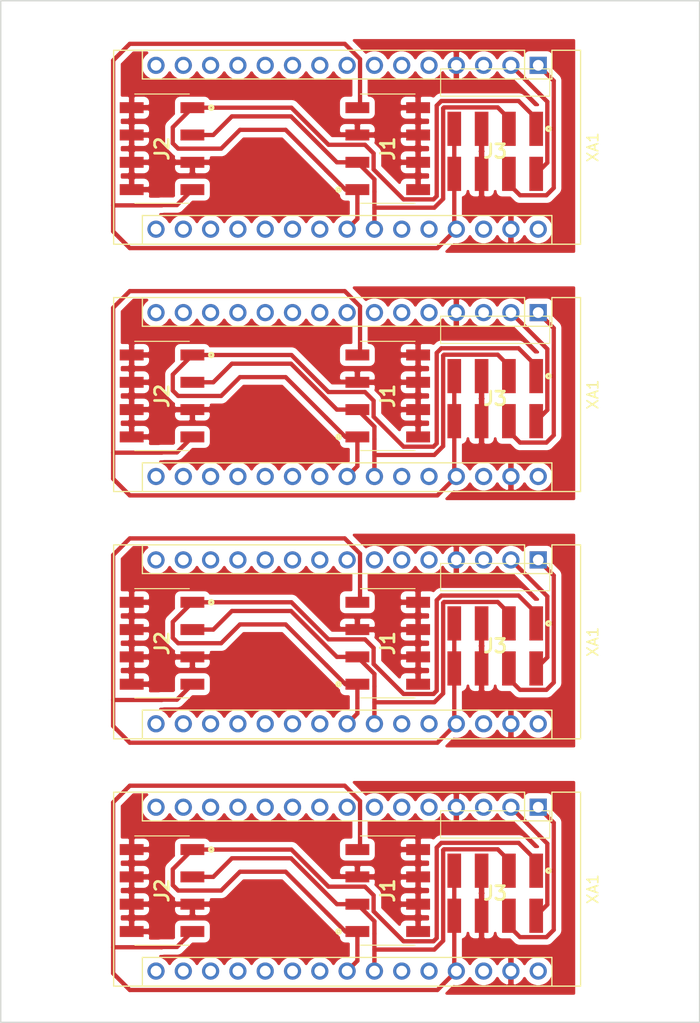
<source format=kicad_pcb>
(kicad_pcb (version 20171130) (host pcbnew "(5.1.6)-1")
  (layers (0 F.Cu signal) (31 B.Cu signal hide) (34 B.Paste user hide) (35 F.Paste user hide) (36 B.SilkS user hide) (37 F.SilkS user hide) (38 B.Mask user hide) (39 F.Mask user hide) (44 Edge.Cuts user))
  (net 0 "")
  (net 1 GND)
  (net 2 +5V)
  (net 3 SCL)
  (net 4 SDA)
  (net 5 BTN1)
  (net 6 BTN2)
  (module arduino-kicad-library-master:Arduino_Nano (layer F.Cu) (at 170 125 270)
    (fp_text reference XA1 (at 7.62 -5.08 90) (layer F.SilkS))
    (fp_text value Arduino_Nano_Socket)
    (pad D13 thru_hole oval (at 15.24 35.56 270) (size 1.6 1.6) (drill 1) (layers *.Cu *.Mask))
    (pad D12 thru_hole oval (at 0 35.56 270) (size 1.6 1.6) (drill 1) (layers *.Cu *.Mask))
    (pad VIN thru_hole oval (at 15.24 0 270) (size 1.6 1.6) (drill 1) (layers *.Cu *.Mask))
    (pad D11 thru_hole oval (at 0 33.02 270) (size 1.6 1.6) (drill 1) (layers *.Cu *.Mask))
    (pad GND2 thru_hole oval (at 15.24 2.54 270) (size 1.6 1.6) (drill 1) (layers *.Cu *.Mask) (net 1 GND))
    (pad D10 thru_hole oval (at 0 30.48 270) (size 1.6 1.6) (drill 1) (layers *.Cu *.Mask))
    (pad RST2 thru_hole oval (at 15.24 5.08 270) (size 1.6 1.6) (drill 1) (layers *.Cu *.Mask))
    (pad D9 thru_hole oval (at 0 27.94 270) (size 1.6 1.6) (drill 1) (layers *.Cu *.Mask Eco1.User))
    (pad 5V thru_hole oval (at 15.24 7.62 270) (size 1.6 1.6) (drill 1) (layers *.Cu *.Mask) (net 2 +5V))
    (pad D8 thru_hole oval (at 0 25.4 270) (size 1.6 1.6) (drill 1) (layers *.Cu *.Mask Dwgs.User))
    (pad A7 thru_hole oval (at 15.24 10.16 270) (size 1.6 1.6) (drill 1) (layers *.Cu *.Mask))
    (pad D7 thru_hole oval (at 0 22.86 270) (size 1.6 1.6) (drill 1) (layers *.Cu *.Mask))
    (pad A6 thru_hole oval (at 15.24 12.7 270) (size 1.6 1.6) (drill 1) (layers *.Cu *.Mask))
    (pad D6 thru_hole oval (at 0 20.32 270) (size 1.6 1.6) (drill 1) (layers *.Cu *.Mask))
    (pad A5 thru_hole oval (at 15.24 15.24 270) (size 1.6 1.6) (drill 1) (layers *.Cu *.Mask) (net 3 SCL))
    (pad D5 thru_hole oval (at 0 17.78 270) (size 1.6 1.6) (drill 1) (layers *.Cu *.Mask))
    (pad A4 thru_hole oval (at 15.24 17.78 270) (size 1.6 1.6) (drill 1) (layers *.Cu *.Mask) (net 4 SDA))
    (pad D4 thru_hole oval (at 0 15.24 270) (size 1.6 1.6) (drill 1) (layers *.Cu *.Mask))
    (pad A3 thru_hole oval (at 15.24 20.32 270) (size 1.6 1.6) (drill 1) (layers *.Cu *.Mask))
    (pad D3 thru_hole oval (at 0 12.7 270) (size 1.6 1.6) (drill 1) (layers *.Cu *.Mask))
    (pad A2 thru_hole oval (at 15.24 22.86 270) (size 1.6 1.6) (drill 1) (layers *.Cu *.Mask))
    (pad D2 thru_hole oval (at 0 10.16 270) (size 1.6 1.6) (drill 1) (layers *.Cu *.Mask))
    (pad A1 thru_hole oval (at 15.24 25.4 270) (size 1.6 1.6) (drill 1) (layers *.Cu *.Mask))
    (pad GND1 thru_hole oval (at 0 7.62 270) (size 1.6 1.6) (drill 1) (layers *.Cu *.Mask) (net 1 GND))
    (pad A0 thru_hole oval (at 15.24 27.94 270) (size 1.6 1.6) (drill 1) (layers *.Cu *.Mask))
    (pad RST1 thru_hole oval (at 0 5.08 270) (size 1.6 1.6) (drill 1) (layers *.Cu *.Mask))
    (pad AREF thru_hole oval (at 15.24 30.48 270) (size 1.6 1.6) (drill 1) (layers *.Cu *.Mask))
    (pad D1 thru_hole oval (at 0 2.54 270) (size 1.6 1.6) (drill 1) (layers *.Cu *.Mask) (net 6 BTN2))
    (pad 3V3 thru_hole oval (at 15.24 33.02 270) (size 1.6 1.6) (drill 1) (layers *.Cu *.Mask))
    (pad D0 thru_hole rect (at 0 0 270) (size 1.6 1.6) (drill 1) (layers *.Cu *.Mask) (net 5 BTN1))
  )
  (module SamacSys_Parts:TSM-104-ZZ-YYY-DH-P-TR (layer F.Cu) (at 166 133)
    (fp_text reference J3 (at 0 0) (layer F.SilkS) (effects (font (size 1.27 1.27) (thickness 0.254))))
    (fp_text value TSM-104-01-T-DH-P-TR hide)
    (pad 1 smd rect (at 3.81 -2.095) (size 1.27 3.18) (layers F.Cu F.Paste F.Mask) (net 4 SDA))
    (pad 2 smd rect (at 3.81 2.095) (size 1.27 3.18) (layers F.Cu F.Paste F.Mask) (net 6 BTN2))
    (pad 3 smd rect (at 1.27 -2.095) (size 1.27 3.18) (layers F.Cu F.Paste F.Mask) (net 3 SCL))
    (pad 4 smd rect (at 1.27 2.095) (size 1.27 3.18) (layers F.Cu F.Paste F.Mask) (net 5 BTN1))
    (pad 5 smd rect (at -1.27 -2.095) (size 1.27 3.18) (layers F.Cu F.Paste F.Mask) (net 1 GND))
    (pad 6 smd rect (at -1.27 2.095) (size 1.27 3.18) (layers F.Cu F.Paste F.Mask) (net 1 GND))
    (pad 7 smd rect (at -3.81 -2.095) (size 1.27 3.18) (layers F.Cu F.Paste F.Mask) (net 2 +5V))
    (pad 8 smd rect (at -3.81 2.095) (size 1.27 3.18) (layers F.Cu F.Paste F.Mask) (net 2 +5V))
  )
  (module SamacSys_Parts:SSM-104-XXX-DV (layer F.Cu) (at 156 132.75 270)
    (fp_text reference J1 (at 0 0 90) (layer F.SilkS) (effects (font (size 1.27 1.27) (thickness 0.254))))
    (fp_text value M20-8770642R hide)
    (pad 1 smd rect (at 3.81 2.825 270) (size 1.02 2.22) (layers F.Cu F.Paste F.Mask) (net 4 SDA))
    (pad 2 smd rect (at 3.81 -2.825 270) (size 1.02 2.22) (layers F.Cu F.Paste F.Mask) (net 1 GND))
    (pad 3 smd rect (at 1.27 2.825 270) (size 1.02 2.22) (layers F.Cu F.Paste F.Mask) (net 3 SCL))
    (pad 4 smd rect (at 1.27 -2.825 270) (size 1.02 2.22) (layers F.Cu F.Paste F.Mask) (net 1 GND))
    (pad 5 smd rect (at -1.27 2.825 270) (size 1.02 2.22) (layers F.Cu F.Paste F.Mask) (net 1 GND))
    (pad 6 smd rect (at -1.27 -2.825 270) (size 1.02 2.22) (layers F.Cu F.Paste F.Mask) (net 1 GND))
    (pad 7 smd rect (at -3.81 2.825 270) (size 1.02 2.22) (layers F.Cu F.Paste F.Mask) (net 2 +5V))
    (pad 8 smd rect (at -3.81 -2.825 270) (size 1.02 2.22) (layers F.Cu F.Paste F.Mask) (net 1 GND))
  )
  (module SamacSys_Parts:SSM-104-XXX-DV (layer F.Cu) (at 135 132.75 90)
    (fp_text reference J2 (at 0 0 90) (layer F.SilkS) (effects (font (size 1.27 1.27) (thickness 0.254))))
    (fp_text value M20-8770642R hide)
    (pad 1 smd rect (at 3.81 2.825 90) (size 1.02 2.22) (layers F.Cu F.Paste F.Mask) (net 4 SDA))
    (pad 2 smd rect (at 3.81 -2.825 90) (size 1.02 2.22) (layers F.Cu F.Paste F.Mask) (net 1 GND))
    (pad 3 smd rect (at 1.27 2.825 90) (size 1.02 2.22) (layers F.Cu F.Paste F.Mask) (net 3 SCL))
    (pad 4 smd rect (at 1.27 -2.825 90) (size 1.02 2.22) (layers F.Cu F.Paste F.Mask) (net 1 GND))
    (pad 5 smd rect (at -1.27 2.825 90) (size 1.02 2.22) (layers F.Cu F.Paste F.Mask) (net 1 GND))
    (pad 6 smd rect (at -1.27 -2.825 90) (size 1.02 2.22) (layers F.Cu F.Paste F.Mask) (net 1 GND))
    (pad 7 smd rect (at -3.81 2.825 90) (size 1.02 2.22) (layers F.Cu F.Paste F.Mask) (net 2 +5V))
    (pad 8 smd rect (at -3.81 -2.825 90) (size 1.02 2.22) (layers F.Cu F.Paste F.Mask) (net 1 GND))
  )
  (module SamacSys_Parts:SSM-104-XXX-DV (layer F.Cu) (at 135 109.75 90)
    (fp_text reference J2 (at 0 0 90) (layer F.SilkS) (effects (font (size 1.27 1.27) (thickness 0.254))))
    (fp_text value M20-8770642R hide)
    (pad 8 smd rect (at -3.81 -2.825 90) (size 1.02 2.22) (layers F.Cu F.Paste F.Mask) (net 1 GND))
    (pad 7 smd rect (at -3.81 2.825 90) (size 1.02 2.22) (layers F.Cu F.Paste F.Mask) (net 2 +5V))
    (pad 6 smd rect (at -1.27 -2.825 90) (size 1.02 2.22) (layers F.Cu F.Paste F.Mask) (net 1 GND))
    (pad 5 smd rect (at -1.27 2.825 90) (size 1.02 2.22) (layers F.Cu F.Paste F.Mask) (net 1 GND))
    (pad 4 smd rect (at 1.27 -2.825 90) (size 1.02 2.22) (layers F.Cu F.Paste F.Mask) (net 1 GND))
    (pad 3 smd rect (at 1.27 2.825 90) (size 1.02 2.22) (layers F.Cu F.Paste F.Mask) (net 3 SCL))
    (pad 2 smd rect (at 3.81 -2.825 90) (size 1.02 2.22) (layers F.Cu F.Paste F.Mask) (net 1 GND))
    (pad 1 smd rect (at 3.81 2.825 90) (size 1.02 2.22) (layers F.Cu F.Paste F.Mask) (net 4 SDA))
  )
  (module arduino-kicad-library-master:Arduino_Nano (layer F.Cu) (at 170 102 270)
    (fp_text reference XA1 (at 7.62 -5.08 90) (layer F.SilkS))
    (fp_text value Arduino_Nano_Socket)
    (pad D0 thru_hole rect (at 0 0 270) (size 1.6 1.6) (drill 1) (layers *.Cu *.Mask) (net 5 BTN1))
    (pad 3V3 thru_hole oval (at 15.24 33.02 270) (size 1.6 1.6) (drill 1) (layers *.Cu *.Mask))
    (pad D1 thru_hole oval (at 0 2.54 270) (size 1.6 1.6) (drill 1) (layers *.Cu *.Mask) (net 6 BTN2))
    (pad AREF thru_hole oval (at 15.24 30.48 270) (size 1.6 1.6) (drill 1) (layers *.Cu *.Mask))
    (pad RST1 thru_hole oval (at 0 5.08 270) (size 1.6 1.6) (drill 1) (layers *.Cu *.Mask))
    (pad A0 thru_hole oval (at 15.24 27.94 270) (size 1.6 1.6) (drill 1) (layers *.Cu *.Mask))
    (pad GND1 thru_hole oval (at 0 7.62 270) (size 1.6 1.6) (drill 1) (layers *.Cu *.Mask) (net 1 GND))
    (pad A1 thru_hole oval (at 15.24 25.4 270) (size 1.6 1.6) (drill 1) (layers *.Cu *.Mask))
    (pad D2 thru_hole oval (at 0 10.16 270) (size 1.6 1.6) (drill 1) (layers *.Cu *.Mask))
    (pad A2 thru_hole oval (at 15.24 22.86 270) (size 1.6 1.6) (drill 1) (layers *.Cu *.Mask))
    (pad D3 thru_hole oval (at 0 12.7 270) (size 1.6 1.6) (drill 1) (layers *.Cu *.Mask))
    (pad A3 thru_hole oval (at 15.24 20.32 270) (size 1.6 1.6) (drill 1) (layers *.Cu *.Mask))
    (pad D4 thru_hole oval (at 0 15.24 270) (size 1.6 1.6) (drill 1) (layers *.Cu *.Mask))
    (pad A4 thru_hole oval (at 15.24 17.78 270) (size 1.6 1.6) (drill 1) (layers *.Cu *.Mask) (net 4 SDA))
    (pad D5 thru_hole oval (at 0 17.78 270) (size 1.6 1.6) (drill 1) (layers *.Cu *.Mask))
    (pad A5 thru_hole oval (at 15.24 15.24 270) (size 1.6 1.6) (drill 1) (layers *.Cu *.Mask) (net 3 SCL))
    (pad D6 thru_hole oval (at 0 20.32 270) (size 1.6 1.6) (drill 1) (layers *.Cu *.Mask))
    (pad A6 thru_hole oval (at 15.24 12.7 270) (size 1.6 1.6) (drill 1) (layers *.Cu *.Mask))
    (pad D7 thru_hole oval (at 0 22.86 270) (size 1.6 1.6) (drill 1) (layers *.Cu *.Mask))
    (pad A7 thru_hole oval (at 15.24 10.16 270) (size 1.6 1.6) (drill 1) (layers *.Cu *.Mask))
    (pad D8 thru_hole oval (at 0 25.4 270) (size 1.6 1.6) (drill 1) (layers *.Cu *.Mask Dwgs.User))
    (pad 5V thru_hole oval (at 15.24 7.62 270) (size 1.6 1.6) (drill 1) (layers *.Cu *.Mask) (net 2 +5V))
    (pad D9 thru_hole oval (at 0 27.94 270) (size 1.6 1.6) (drill 1) (layers *.Cu *.Mask Eco1.User))
    (pad RST2 thru_hole oval (at 15.24 5.08 270) (size 1.6 1.6) (drill 1) (layers *.Cu *.Mask))
    (pad D10 thru_hole oval (at 0 30.48 270) (size 1.6 1.6) (drill 1) (layers *.Cu *.Mask))
    (pad GND2 thru_hole oval (at 15.24 2.54 270) (size 1.6 1.6) (drill 1) (layers *.Cu *.Mask) (net 1 GND))
    (pad D11 thru_hole oval (at 0 33.02 270) (size 1.6 1.6) (drill 1) (layers *.Cu *.Mask))
    (pad VIN thru_hole oval (at 15.24 0 270) (size 1.6 1.6) (drill 1) (layers *.Cu *.Mask))
    (pad D12 thru_hole oval (at 0 35.56 270) (size 1.6 1.6) (drill 1) (layers *.Cu *.Mask))
    (pad D13 thru_hole oval (at 15.24 35.56 270) (size 1.6 1.6) (drill 1) (layers *.Cu *.Mask))
  )
  (module SamacSys_Parts:TSM-104-ZZ-YYY-DH-P-TR (layer F.Cu) (at 166 110)
    (fp_text reference J3 (at 0 0) (layer F.SilkS) (effects (font (size 1.27 1.27) (thickness 0.254))))
    (fp_text value TSM-104-01-T-DH-P-TR hide)
    (pad 8 smd rect (at -3.81 2.095) (size 1.27 3.18) (layers F.Cu F.Paste F.Mask) (net 2 +5V))
    (pad 7 smd rect (at -3.81 -2.095) (size 1.27 3.18) (layers F.Cu F.Paste F.Mask) (net 2 +5V))
    (pad 6 smd rect (at -1.27 2.095) (size 1.27 3.18) (layers F.Cu F.Paste F.Mask) (net 1 GND))
    (pad 5 smd rect (at -1.27 -2.095) (size 1.27 3.18) (layers F.Cu F.Paste F.Mask) (net 1 GND))
    (pad 4 smd rect (at 1.27 2.095) (size 1.27 3.18) (layers F.Cu F.Paste F.Mask) (net 5 BTN1))
    (pad 3 smd rect (at 1.27 -2.095) (size 1.27 3.18) (layers F.Cu F.Paste F.Mask) (net 3 SCL))
    (pad 2 smd rect (at 3.81 2.095) (size 1.27 3.18) (layers F.Cu F.Paste F.Mask) (net 6 BTN2))
    (pad 1 smd rect (at 3.81 -2.095) (size 1.27 3.18) (layers F.Cu F.Paste F.Mask) (net 4 SDA))
  )
  (module SamacSys_Parts:SSM-104-XXX-DV (layer F.Cu) (at 156 109.75 270)
    (fp_text reference J1 (at 0 0 90) (layer F.SilkS) (effects (font (size 1.27 1.27) (thickness 0.254))))
    (fp_text value M20-8770642R hide)
    (pad 8 smd rect (at -3.81 -2.825 270) (size 1.02 2.22) (layers F.Cu F.Paste F.Mask) (net 1 GND))
    (pad 7 smd rect (at -3.81 2.825 270) (size 1.02 2.22) (layers F.Cu F.Paste F.Mask) (net 2 +5V))
    (pad 6 smd rect (at -1.27 -2.825 270) (size 1.02 2.22) (layers F.Cu F.Paste F.Mask) (net 1 GND))
    (pad 5 smd rect (at -1.27 2.825 270) (size 1.02 2.22) (layers F.Cu F.Paste F.Mask) (net 1 GND))
    (pad 4 smd rect (at 1.27 -2.825 270) (size 1.02 2.22) (layers F.Cu F.Paste F.Mask) (net 1 GND))
    (pad 3 smd rect (at 1.27 2.825 270) (size 1.02 2.22) (layers F.Cu F.Paste F.Mask) (net 3 SCL))
    (pad 2 smd rect (at 3.81 -2.825 270) (size 1.02 2.22) (layers F.Cu F.Paste F.Mask) (net 1 GND))
    (pad 1 smd rect (at 3.81 2.825 270) (size 1.02 2.22) (layers F.Cu F.Paste F.Mask) (net 4 SDA))
  )
  (module SamacSys_Parts:SSM-104-XXX-DV (layer F.Cu) (at 135 86.75 90)
    (fp_text reference J2 (at 0 0 90) (layer F.SilkS) (effects (font (size 1.27 1.27) (thickness 0.254))))
    (fp_text value M20-8770642R hide)
    (pad 1 smd rect (at 3.81 2.825 90) (size 1.02 2.22) (layers F.Cu F.Paste F.Mask) (net 4 SDA))
    (pad 2 smd rect (at 3.81 -2.825 90) (size 1.02 2.22) (layers F.Cu F.Paste F.Mask) (net 1 GND))
    (pad 3 smd rect (at 1.27 2.825 90) (size 1.02 2.22) (layers F.Cu F.Paste F.Mask) (net 3 SCL))
    (pad 4 smd rect (at 1.27 -2.825 90) (size 1.02 2.22) (layers F.Cu F.Paste F.Mask) (net 1 GND))
    (pad 5 smd rect (at -1.27 2.825 90) (size 1.02 2.22) (layers F.Cu F.Paste F.Mask) (net 1 GND))
    (pad 6 smd rect (at -1.27 -2.825 90) (size 1.02 2.22) (layers F.Cu F.Paste F.Mask) (net 1 GND))
    (pad 7 smd rect (at -3.81 2.825 90) (size 1.02 2.22) (layers F.Cu F.Paste F.Mask) (net 2 +5V))
    (pad 8 smd rect (at -3.81 -2.825 90) (size 1.02 2.22) (layers F.Cu F.Paste F.Mask) (net 1 GND))
  )
  (module arduino-kicad-library-master:Arduino_Nano (layer F.Cu) (at 170 79 270)
    (fp_text reference XA1 (at 7.62 -5.08 90) (layer F.SilkS))
    (fp_text value Arduino_Nano_Socket)
    (pad D13 thru_hole oval (at 15.24 35.56 270) (size 1.6 1.6) (drill 1) (layers *.Cu *.Mask))
    (pad D12 thru_hole oval (at 0 35.56 270) (size 1.6 1.6) (drill 1) (layers *.Cu *.Mask))
    (pad VIN thru_hole oval (at 15.24 0 270) (size 1.6 1.6) (drill 1) (layers *.Cu *.Mask))
    (pad D11 thru_hole oval (at 0 33.02 270) (size 1.6 1.6) (drill 1) (layers *.Cu *.Mask))
    (pad GND2 thru_hole oval (at 15.24 2.54 270) (size 1.6 1.6) (drill 1) (layers *.Cu *.Mask) (net 1 GND))
    (pad D10 thru_hole oval (at 0 30.48 270) (size 1.6 1.6) (drill 1) (layers *.Cu *.Mask))
    (pad RST2 thru_hole oval (at 15.24 5.08 270) (size 1.6 1.6) (drill 1) (layers *.Cu *.Mask))
    (pad D9 thru_hole oval (at 0 27.94 270) (size 1.6 1.6) (drill 1) (layers *.Cu *.Mask Eco1.User))
    (pad 5V thru_hole oval (at 15.24 7.62 270) (size 1.6 1.6) (drill 1) (layers *.Cu *.Mask) (net 2 +5V))
    (pad D8 thru_hole oval (at 0 25.4 270) (size 1.6 1.6) (drill 1) (layers *.Cu *.Mask Dwgs.User))
    (pad A7 thru_hole oval (at 15.24 10.16 270) (size 1.6 1.6) (drill 1) (layers *.Cu *.Mask))
    (pad D7 thru_hole oval (at 0 22.86 270) (size 1.6 1.6) (drill 1) (layers *.Cu *.Mask))
    (pad A6 thru_hole oval (at 15.24 12.7 270) (size 1.6 1.6) (drill 1) (layers *.Cu *.Mask))
    (pad D6 thru_hole oval (at 0 20.32 270) (size 1.6 1.6) (drill 1) (layers *.Cu *.Mask))
    (pad A5 thru_hole oval (at 15.24 15.24 270) (size 1.6 1.6) (drill 1) (layers *.Cu *.Mask) (net 3 SCL))
    (pad D5 thru_hole oval (at 0 17.78 270) (size 1.6 1.6) (drill 1) (layers *.Cu *.Mask))
    (pad A4 thru_hole oval (at 15.24 17.78 270) (size 1.6 1.6) (drill 1) (layers *.Cu *.Mask) (net 4 SDA))
    (pad D4 thru_hole oval (at 0 15.24 270) (size 1.6 1.6) (drill 1) (layers *.Cu *.Mask))
    (pad A3 thru_hole oval (at 15.24 20.32 270) (size 1.6 1.6) (drill 1) (layers *.Cu *.Mask))
    (pad D3 thru_hole oval (at 0 12.7 270) (size 1.6 1.6) (drill 1) (layers *.Cu *.Mask))
    (pad A2 thru_hole oval (at 15.24 22.86 270) (size 1.6 1.6) (drill 1) (layers *.Cu *.Mask))
    (pad D2 thru_hole oval (at 0 10.16 270) (size 1.6 1.6) (drill 1) (layers *.Cu *.Mask))
    (pad A1 thru_hole oval (at 15.24 25.4 270) (size 1.6 1.6) (drill 1) (layers *.Cu *.Mask))
    (pad GND1 thru_hole oval (at 0 7.62 270) (size 1.6 1.6) (drill 1) (layers *.Cu *.Mask) (net 1 GND))
    (pad A0 thru_hole oval (at 15.24 27.94 270) (size 1.6 1.6) (drill 1) (layers *.Cu *.Mask))
    (pad RST1 thru_hole oval (at 0 5.08 270) (size 1.6 1.6) (drill 1) (layers *.Cu *.Mask))
    (pad AREF thru_hole oval (at 15.24 30.48 270) (size 1.6 1.6) (drill 1) (layers *.Cu *.Mask))
    (pad D1 thru_hole oval (at 0 2.54 270) (size 1.6 1.6) (drill 1) (layers *.Cu *.Mask) (net 6 BTN2))
    (pad 3V3 thru_hole oval (at 15.24 33.02 270) (size 1.6 1.6) (drill 1) (layers *.Cu *.Mask))
    (pad D0 thru_hole rect (at 0 0 270) (size 1.6 1.6) (drill 1) (layers *.Cu *.Mask) (net 5 BTN1))
  )
  (module SamacSys_Parts:SSM-104-XXX-DV (layer F.Cu) (at 156 86.75 270)
    (fp_text reference J1 (at 0 0 90) (layer F.SilkS) (effects (font (size 1.27 1.27) (thickness 0.254))))
    (fp_text value M20-8770642R hide)
    (pad 1 smd rect (at 3.81 2.825 270) (size 1.02 2.22) (layers F.Cu F.Paste F.Mask) (net 4 SDA))
    (pad 2 smd rect (at 3.81 -2.825 270) (size 1.02 2.22) (layers F.Cu F.Paste F.Mask) (net 1 GND))
    (pad 3 smd rect (at 1.27 2.825 270) (size 1.02 2.22) (layers F.Cu F.Paste F.Mask) (net 3 SCL))
    (pad 4 smd rect (at 1.27 -2.825 270) (size 1.02 2.22) (layers F.Cu F.Paste F.Mask) (net 1 GND))
    (pad 5 smd rect (at -1.27 2.825 270) (size 1.02 2.22) (layers F.Cu F.Paste F.Mask) (net 1 GND))
    (pad 6 smd rect (at -1.27 -2.825 270) (size 1.02 2.22) (layers F.Cu F.Paste F.Mask) (net 1 GND))
    (pad 7 smd rect (at -3.81 2.825 270) (size 1.02 2.22) (layers F.Cu F.Paste F.Mask) (net 2 +5V))
    (pad 8 smd rect (at -3.81 -2.825 270) (size 1.02 2.22) (layers F.Cu F.Paste F.Mask) (net 1 GND))
  )
  (module SamacSys_Parts:TSM-104-ZZ-YYY-DH-P-TR (layer F.Cu) (at 166 87)
    (fp_text reference J3 (at 0 0) (layer F.SilkS) (effects (font (size 1.27 1.27) (thickness 0.254))))
    (fp_text value TSM-104-01-T-DH-P-TR hide)
    (pad 1 smd rect (at 3.81 -2.095) (size 1.27 3.18) (layers F.Cu F.Paste F.Mask) (net 4 SDA))
    (pad 2 smd rect (at 3.81 2.095) (size 1.27 3.18) (layers F.Cu F.Paste F.Mask) (net 6 BTN2))
    (pad 3 smd rect (at 1.27 -2.095) (size 1.27 3.18) (layers F.Cu F.Paste F.Mask) (net 3 SCL))
    (pad 4 smd rect (at 1.27 2.095) (size 1.27 3.18) (layers F.Cu F.Paste F.Mask) (net 5 BTN1))
    (pad 5 smd rect (at -1.27 -2.095) (size 1.27 3.18) (layers F.Cu F.Paste F.Mask) (net 1 GND))
    (pad 6 smd rect (at -1.27 2.095) (size 1.27 3.18) (layers F.Cu F.Paste F.Mask) (net 1 GND))
    (pad 7 smd rect (at -3.81 -2.095) (size 1.27 3.18) (layers F.Cu F.Paste F.Mask) (net 2 +5V))
    (pad 8 smd rect (at -3.81 2.095) (size 1.27 3.18) (layers F.Cu F.Paste F.Mask) (net 2 +5V))
  )
  (module SamacSys_Parts:TSM-104-ZZ-YYY-DH-P-TR (layer F.Cu) (at 166 64)
    (fp_text reference J3 (at 0 0) (layer F.SilkS) (effects (font (size 1.27 1.27) (thickness 0.254))))
    (fp_text value TSM-104-01-T-DH-P-TR hide)
    (pad 8 smd rect (at -3.81 2.095) (size 1.27 3.18) (layers F.Cu F.Paste F.Mask) (net 2 +5V))
    (pad 7 smd rect (at -3.81 -2.095) (size 1.27 3.18) (layers F.Cu F.Paste F.Mask) (net 2 +5V))
    (pad 6 smd rect (at -1.27 2.095) (size 1.27 3.18) (layers F.Cu F.Paste F.Mask) (net 1 GND))
    (pad 5 smd rect (at -1.27 -2.095) (size 1.27 3.18) (layers F.Cu F.Paste F.Mask) (net 1 GND))
    (pad 4 smd rect (at 1.27 2.095) (size 1.27 3.18) (layers F.Cu F.Paste F.Mask) (net 5 BTN1))
    (pad 3 smd rect (at 1.27 -2.095) (size 1.27 3.18) (layers F.Cu F.Paste F.Mask) (net 3 SCL))
    (pad 2 smd rect (at 3.81 2.095) (size 1.27 3.18) (layers F.Cu F.Paste F.Mask) (net 6 BTN2))
    (pad 1 smd rect (at 3.81 -2.095) (size 1.27 3.18) (layers F.Cu F.Paste F.Mask) (net 4 SDA))
  )
  (module arduino-kicad-library-master:Arduino_Nano (layer F.Cu) (at 170 56 270)
    (fp_text reference XA1 (at 7.62 -5.08 90) (layer F.SilkS))
    (fp_text value Arduino_Nano_Socket)
    (pad D0 thru_hole rect (at 0 0 270) (size 1.6 1.6) (drill 1) (layers *.Cu *.Mask) (net 5 BTN1))
    (pad 3V3 thru_hole oval (at 15.24 33.02 270) (size 1.6 1.6) (drill 1) (layers *.Cu *.Mask))
    (pad D1 thru_hole oval (at 0 2.54 270) (size 1.6 1.6) (drill 1) (layers *.Cu *.Mask) (net 6 BTN2))
    (pad AREF thru_hole oval (at 15.24 30.48 270) (size 1.6 1.6) (drill 1) (layers *.Cu *.Mask))
    (pad RST1 thru_hole oval (at 0 5.08 270) (size 1.6 1.6) (drill 1) (layers *.Cu *.Mask))
    (pad A0 thru_hole oval (at 15.24 27.94 270) (size 1.6 1.6) (drill 1) (layers *.Cu *.Mask))
    (pad GND1 thru_hole oval (at 0 7.62 270) (size 1.6 1.6) (drill 1) (layers *.Cu *.Mask) (net 1 GND))
    (pad A1 thru_hole oval (at 15.24 25.4 270) (size 1.6 1.6) (drill 1) (layers *.Cu *.Mask))
    (pad D2 thru_hole oval (at 0 10.16 270) (size 1.6 1.6) (drill 1) (layers *.Cu *.Mask))
    (pad A2 thru_hole oval (at 15.24 22.86 270) (size 1.6 1.6) (drill 1) (layers *.Cu *.Mask))
    (pad D3 thru_hole oval (at 0 12.7 270) (size 1.6 1.6) (drill 1) (layers *.Cu *.Mask))
    (pad A3 thru_hole oval (at 15.24 20.32 270) (size 1.6 1.6) (drill 1) (layers *.Cu *.Mask))
    (pad D4 thru_hole oval (at 0 15.24 270) (size 1.6 1.6) (drill 1) (layers *.Cu *.Mask))
    (pad A4 thru_hole oval (at 15.24 17.78 270) (size 1.6 1.6) (drill 1) (layers *.Cu *.Mask) (net 4 SDA))
    (pad D5 thru_hole oval (at 0 17.78 270) (size 1.6 1.6) (drill 1) (layers *.Cu *.Mask))
    (pad A5 thru_hole oval (at 15.24 15.24 270) (size 1.6 1.6) (drill 1) (layers *.Cu *.Mask) (net 3 SCL))
    (pad D6 thru_hole oval (at 0 20.32 270) (size 1.6 1.6) (drill 1) (layers *.Cu *.Mask))
    (pad A6 thru_hole oval (at 15.24 12.7 270) (size 1.6 1.6) (drill 1) (layers *.Cu *.Mask))
    (pad D7 thru_hole oval (at 0 22.86 270) (size 1.6 1.6) (drill 1) (layers *.Cu *.Mask))
    (pad A7 thru_hole oval (at 15.24 10.16 270) (size 1.6 1.6) (drill 1) (layers *.Cu *.Mask))
    (pad D8 thru_hole oval (at 0 25.4 270) (size 1.6 1.6) (drill 1) (layers *.Cu *.Mask Dwgs.User))
    (pad 5V thru_hole oval (at 15.24 7.62 270) (size 1.6 1.6) (drill 1) (layers *.Cu *.Mask) (net 2 +5V))
    (pad D9 thru_hole oval (at 0 27.94 270) (size 1.6 1.6) (drill 1) (layers *.Cu *.Mask Eco1.User))
    (pad RST2 thru_hole oval (at 15.24 5.08 270) (size 1.6 1.6) (drill 1) (layers *.Cu *.Mask))
    (pad D10 thru_hole oval (at 0 30.48 270) (size 1.6 1.6) (drill 1) (layers *.Cu *.Mask))
    (pad GND2 thru_hole oval (at 15.24 2.54 270) (size 1.6 1.6) (drill 1) (layers *.Cu *.Mask) (net 1 GND))
    (pad D11 thru_hole oval (at 0 33.02 270) (size 1.6 1.6) (drill 1) (layers *.Cu *.Mask))
    (pad VIN thru_hole oval (at 15.24 0 270) (size 1.6 1.6) (drill 1) (layers *.Cu *.Mask))
    (pad D12 thru_hole oval (at 0 35.56 270) (size 1.6 1.6) (drill 1) (layers *.Cu *.Mask))
    (pad D13 thru_hole oval (at 15.24 35.56 270) (size 1.6 1.6) (drill 1) (layers *.Cu *.Mask))
  )
  (module SamacSys_Parts:SSM-104-XXX-DV (layer F.Cu) (at 156 63.75 270)
    (fp_text reference J1 (at 0 0 90) (layer F.SilkS) (effects (font (size 1.27 1.27) (thickness 0.254))))
    (fp_text value M20-8770642R hide)
    (pad 8 smd rect (at -3.81 -2.825 270) (size 1.02 2.22) (layers F.Cu F.Paste F.Mask) (net 1 GND))
    (pad 7 smd rect (at -3.81 2.825 270) (size 1.02 2.22) (layers F.Cu F.Paste F.Mask) (net 2 +5V))
    (pad 6 smd rect (at -1.27 -2.825 270) (size 1.02 2.22) (layers F.Cu F.Paste F.Mask) (net 1 GND))
    (pad 5 smd rect (at -1.27 2.825 270) (size 1.02 2.22) (layers F.Cu F.Paste F.Mask) (net 1 GND))
    (pad 4 smd rect (at 1.27 -2.825 270) (size 1.02 2.22) (layers F.Cu F.Paste F.Mask) (net 1 GND))
    (pad 3 smd rect (at 1.27 2.825 270) (size 1.02 2.22) (layers F.Cu F.Paste F.Mask) (net 3 SCL))
    (pad 2 smd rect (at 3.81 -2.825 270) (size 1.02 2.22) (layers F.Cu F.Paste F.Mask) (net 1 GND))
    (pad 1 smd rect (at 3.81 2.825 270) (size 1.02 2.22) (layers F.Cu F.Paste F.Mask) (net 4 SDA))
  )
  (module SamacSys_Parts:SSM-104-XXX-DV (layer F.Cu) (at 135 63.75 90)
    (fp_text reference J2 (at 0 0 90) (layer F.SilkS) (effects (font (size 1.27 1.27) (thickness 0.254))))
    (fp_text value M20-8770642R hide)
    (pad 8 smd rect (at -3.81 -2.825 90) (size 1.02 2.22) (layers F.Cu F.Paste F.Mask) (net 1 GND))
    (pad 7 smd rect (at -3.81 2.825 90) (size 1.02 2.22) (layers F.Cu F.Paste F.Mask) (net 2 +5V))
    (pad 6 smd rect (at -1.27 -2.825 90) (size 1.02 2.22) (layers F.Cu F.Paste F.Mask) (net 1 GND))
    (pad 5 smd rect (at -1.27 2.825 90) (size 1.02 2.22) (layers F.Cu F.Paste F.Mask) (net 1 GND))
    (pad 4 smd rect (at 1.27 -2.825 90) (size 1.02 2.22) (layers F.Cu F.Paste F.Mask) (net 1 GND))
    (pad 3 smd rect (at 1.27 2.825 90) (size 1.02 2.22) (layers F.Cu F.Paste F.Mask) (net 3 SCL))
    (pad 2 smd rect (at 3.81 -2.825 90) (size 1.02 2.22) (layers F.Cu F.Paste F.Mask) (net 1 GND))
    (pad 1 smd rect (at 3.81 2.825 90) (size 1.02 2.22) (layers F.Cu F.Paste F.Mask) (net 4 SDA))
  )
  (gr_line (start 120 145) (end 120 50) (layer Edge.Cuts) (width 0.1))
  (gr_line (start 185 145) (end 120 145) (layer Edge.Cuts) (width 0.1))
  (gr_line (start 185 50) (end 185 145) (layer Edge.Cuts) (width 0.1))
  (gr_line (start 120 50) (end 185 50) (layer Edge.Cuts) (width 0.1))
  (segment (start 162.19 71.05) (end 162.38 71.24) (width 0.4) (layer F.Cu) (net 2))
  (segment (start 162.19 61.905) (end 162.19 71.05) (width 0.4) (layer F.Cu) (net 2))
  (segment (start 136.385 69) (end 137.825 67.56) (width 0.4) (layer F.Cu) (net 2))
  (segment (start 130.45001 69.026012) (end 130.45001 55.54999) (width 0.4) (layer F.Cu) (net 2))
  (segment (start 130.45001 55.54999) (end 132 54) (width 0.4) (layer F.Cu) (net 2))
  (segment (start 153.420001 59.694999) (end 153.175 59.94) (width 0.4) (layer F.Cu) (net 2))
  (segment (start 153.420001 55.420001) (end 153.420001 59.694999) (width 0.4) (layer F.Cu) (net 2))
  (segment (start 152 54) (end 153.420001 55.420001) (width 0.4) (layer F.Cu) (net 2))
  (segment (start 132 54) (end 152 54) (width 0.4) (layer F.Cu) (net 2))
  (segment (start 162.38 71.24) (end 160.62 73) (width 0.4) (layer F.Cu) (net 2))
  (segment (start 160.62 73) (end 132 73) (width 0.4) (layer F.Cu) (net 2))
  (segment (start 134.973988 69.026012) (end 135 69) (width 0.4) (layer F.Cu) (net 2))
  (segment (start 134.903998 69) (end 135 69) (width 0.4) (layer F.Cu) (net 2))
  (segment (start 130.45001 69.026012) (end 134.973988 69.026012) (width 0.4) (layer F.Cu) (net 2))
  (segment (start 135 69) (end 136.385 69) (width 0.4) (layer F.Cu) (net 2))
  (segment (start 130.45001 71.45001) (end 132 73) (width 0.4) (layer F.Cu) (net 2))
  (segment (start 130.45001 69.026012) (end 130.45001 71.45001) (width 0.4) (layer F.Cu) (net 2))
  (segment (start 153.420001 78.420001) (end 153.420001 82.694999) (width 0.4) (layer F.Cu) (net 2))
  (segment (start 152 77) (end 153.420001 78.420001) (width 0.4) (layer F.Cu) (net 2))
  (segment (start 132 77) (end 152 77) (width 0.4) (layer F.Cu) (net 2))
  (segment (start 153.420001 82.694999) (end 153.175 82.94) (width 0.4) (layer F.Cu) (net 2))
  (segment (start 130.45001 78.54999) (end 132 77) (width 0.4) (layer F.Cu) (net 2))
  (segment (start 130.45001 92.026012) (end 130.45001 78.54999) (width 0.4) (layer F.Cu) (net 2))
  (segment (start 162.19 84.905) (end 162.19 94.05) (width 0.4) (layer F.Cu) (net 2))
  (segment (start 136.385 92) (end 137.825 90.56) (width 0.4) (layer F.Cu) (net 2))
  (segment (start 162.19 94.05) (end 162.38 94.24) (width 0.4) (layer F.Cu) (net 2))
  (segment (start 162.38 94.24) (end 160.62 96) (width 0.4) (layer F.Cu) (net 2))
  (segment (start 135 92) (end 136.385 92) (width 0.4) (layer F.Cu) (net 2))
  (segment (start 160.62 96) (end 132 96) (width 0.4) (layer F.Cu) (net 2))
  (segment (start 130.45001 92.026012) (end 134.973988 92.026012) (width 0.4) (layer F.Cu) (net 2))
  (segment (start 134.973988 92.026012) (end 135 92) (width 0.4) (layer F.Cu) (net 2))
  (segment (start 134.903998 92) (end 135 92) (width 0.4) (layer F.Cu) (net 2))
  (segment (start 130.45001 92.026012) (end 130.45001 94.45001) (width 0.4) (layer F.Cu) (net 2))
  (segment (start 130.45001 94.45001) (end 132 96) (width 0.4) (layer F.Cu) (net 2))
  (segment (start 136.385 115) (end 137.825 113.56) (width 0.4) (layer F.Cu) (net 2))
  (segment (start 162.19 117.05) (end 162.38 117.24) (width 0.4) (layer F.Cu) (net 2))
  (segment (start 130.45001 115.026012) (end 130.45001 117.45001) (width 0.4) (layer F.Cu) (net 2))
  (segment (start 134.973988 115.026012) (end 135 115) (width 0.4) (layer F.Cu) (net 2))
  (segment (start 134.903998 115) (end 135 115) (width 0.4) (layer F.Cu) (net 2))
  (segment (start 130.45001 115.026012) (end 134.973988 115.026012) (width 0.4) (layer F.Cu) (net 2))
  (segment (start 162.19 107.905) (end 162.19 117.05) (width 0.4) (layer F.Cu) (net 2))
  (segment (start 162.38 117.24) (end 160.62 119) (width 0.4) (layer F.Cu) (net 2))
  (segment (start 135 115) (end 136.385 115) (width 0.4) (layer F.Cu) (net 2))
  (segment (start 130.45001 117.45001) (end 132 119) (width 0.4) (layer F.Cu) (net 2))
  (segment (start 160.62 119) (end 132 119) (width 0.4) (layer F.Cu) (net 2))
  (segment (start 130.45001 101.54999) (end 132 100) (width 0.4) (layer F.Cu) (net 2))
  (segment (start 153.420001 105.694999) (end 153.175 105.94) (width 0.4) (layer F.Cu) (net 2))
  (segment (start 130.45001 115.026012) (end 130.45001 101.54999) (width 0.4) (layer F.Cu) (net 2))
  (segment (start 132 100) (end 152 100) (width 0.4) (layer F.Cu) (net 2))
  (segment (start 152 100) (end 153.420001 101.420001) (width 0.4) (layer F.Cu) (net 2))
  (segment (start 153.420001 101.420001) (end 153.420001 105.694999) (width 0.4) (layer F.Cu) (net 2))
  (segment (start 134.973988 138.026012) (end 135 138) (width 0.4) (layer F.Cu) (net 2))
  (segment (start 162.19 130.905) (end 162.19 140.05) (width 0.4) (layer F.Cu) (net 2))
  (segment (start 162.19 140.05) (end 162.38 140.24) (width 0.4) (layer F.Cu) (net 2))
  (segment (start 162.38 140.24) (end 160.62 142) (width 0.4) (layer F.Cu) (net 2))
  (segment (start 135 138) (end 136.385 138) (width 0.4) (layer F.Cu) (net 2))
  (segment (start 130.45001 138.026012) (end 130.45001 140.45001) (width 0.4) (layer F.Cu) (net 2))
  (segment (start 134.903998 138) (end 135 138) (width 0.4) (layer F.Cu) (net 2))
  (segment (start 136.385 138) (end 137.825 136.56) (width 0.4) (layer F.Cu) (net 2))
  (segment (start 130.45001 138.026012) (end 134.973988 138.026012) (width 0.4) (layer F.Cu) (net 2))
  (segment (start 130.45001 140.45001) (end 132 142) (width 0.4) (layer F.Cu) (net 2))
  (segment (start 130.45001 138.026012) (end 130.45001 124.54999) (width 0.4) (layer F.Cu) (net 2))
  (segment (start 132 123) (end 152 123) (width 0.4) (layer F.Cu) (net 2))
  (segment (start 152 123) (end 153.420001 124.420001) (width 0.4) (layer F.Cu) (net 2))
  (segment (start 160.62 142) (end 132 142) (width 0.4) (layer F.Cu) (net 2))
  (segment (start 130.45001 124.54999) (end 132 123) (width 0.4) (layer F.Cu) (net 2))
  (segment (start 153.420001 128.694999) (end 153.175 128.94) (width 0.4) (layer F.Cu) (net 2))
  (segment (start 153.420001 124.420001) (end 153.420001 128.694999) (width 0.4) (layer F.Cu) (net 2))
  (segment (start 153.175 65.02) (end 151.27 65.02) (width 0.4) (layer F.Cu) (net 3))
  (segment (start 151.27 65.02) (end 147 60.75) (width 0.4) (layer F.Cu) (net 3))
  (segment (start 147 60.75) (end 141.5 60.75) (width 0.4) (layer F.Cu) (net 3))
  (segment (start 139.77 62.48) (end 137.825 62.48) (width 0.4) (layer F.Cu) (net 3))
  (segment (start 141.5 60.75) (end 139.77 62.48) (width 0.4) (layer F.Cu) (net 3))
  (segment (start 153.175 65.02) (end 154.76 66.605) (width 0.4) (layer F.Cu) (net 3))
  (segment (start 154.76 66.605) (end 154.76 67.76) (width 0.4) (layer F.Cu) (net 3))
  (segment (start 154.76 70.24) (end 154.76 71.24) (width 0.4) (layer F.Cu) (net 3))
  (segment (start 166.234999 59.914999) (end 161.234999 59.914999) (width 0.4) (layer F.Cu) (net 3))
  (segment (start 161.234999 59.914999) (end 161.154999 59.994999) (width 0.4) (layer F.Cu) (net 3))
  (segment (start 167.27 61.905) (end 167.27 60.95) (width 0.4) (layer F.Cu) (net 3))
  (segment (start 167.27 60.95) (end 166.234999 59.914999) (width 0.4) (layer F.Cu) (net 3))
  (segment (start 161.154998 68.418546) (end 160.333544 69.24) (width 0.4) (layer F.Cu) (net 3))
  (segment (start 161.154999 59.994999) (end 161.154998 68.418546) (width 0.4) (layer F.Cu) (net 3))
  (segment (start 154.76 67.76) (end 154.76 69.24) (width 0.4) (layer F.Cu) (net 3))
  (segment (start 160.333544 69.24) (end 154.76 69.24) (width 0.4) (layer F.Cu) (net 3))
  (segment (start 154.76 69.24) (end 154.76 70.24) (width 0.4) (layer F.Cu) (net 3))
  (segment (start 154.76 89.605) (end 154.76 90.76) (width 0.4) (layer F.Cu) (net 3))
  (segment (start 154.76 93.24) (end 154.76 94.24) (width 0.4) (layer F.Cu) (net 3))
  (segment (start 147 83.75) (end 141.5 83.75) (width 0.4) (layer F.Cu) (net 3))
  (segment (start 141.5 83.75) (end 139.77 85.48) (width 0.4) (layer F.Cu) (net 3))
  (segment (start 153.175 88.02) (end 151.27 88.02) (width 0.4) (layer F.Cu) (net 3))
  (segment (start 153.175 88.02) (end 154.76 89.605) (width 0.4) (layer F.Cu) (net 3))
  (segment (start 139.77 85.48) (end 137.825 85.48) (width 0.4) (layer F.Cu) (net 3))
  (segment (start 151.27 88.02) (end 147 83.75) (width 0.4) (layer F.Cu) (net 3))
  (segment (start 167.27 83.95) (end 166.234999 82.914999) (width 0.4) (layer F.Cu) (net 3))
  (segment (start 154.76 92.24) (end 154.76 93.24) (width 0.4) (layer F.Cu) (net 3))
  (segment (start 161.154999 82.994999) (end 161.154998 91.418546) (width 0.4) (layer F.Cu) (net 3))
  (segment (start 161.154998 91.418546) (end 160.333544 92.24) (width 0.4) (layer F.Cu) (net 3))
  (segment (start 160.333544 92.24) (end 154.76 92.24) (width 0.4) (layer F.Cu) (net 3))
  (segment (start 161.234999 82.914999) (end 161.154999 82.994999) (width 0.4) (layer F.Cu) (net 3))
  (segment (start 167.27 84.905) (end 167.27 83.95) (width 0.4) (layer F.Cu) (net 3))
  (segment (start 166.234999 82.914999) (end 161.234999 82.914999) (width 0.4) (layer F.Cu) (net 3))
  (segment (start 154.76 90.76) (end 154.76 92.24) (width 0.4) (layer F.Cu) (net 3))
  (segment (start 147 106.75) (end 141.5 106.75) (width 0.4) (layer F.Cu) (net 3))
  (segment (start 153.175 111.02) (end 151.27 111.02) (width 0.4) (layer F.Cu) (net 3))
  (segment (start 139.77 108.48) (end 137.825 108.48) (width 0.4) (layer F.Cu) (net 3))
  (segment (start 153.175 111.02) (end 154.76 112.605) (width 0.4) (layer F.Cu) (net 3))
  (segment (start 161.154999 105.994999) (end 161.154998 114.418546) (width 0.4) (layer F.Cu) (net 3))
  (segment (start 141.5 106.75) (end 139.77 108.48) (width 0.4) (layer F.Cu) (net 3))
  (segment (start 167.27 106.95) (end 166.234999 105.914999) (width 0.4) (layer F.Cu) (net 3))
  (segment (start 154.76 115.24) (end 154.76 116.24) (width 0.4) (layer F.Cu) (net 3))
  (segment (start 161.154998 114.418546) (end 160.333544 115.24) (width 0.4) (layer F.Cu) (net 3))
  (segment (start 167.27 107.905) (end 167.27 106.95) (width 0.4) (layer F.Cu) (net 3))
  (segment (start 151.27 111.02) (end 147 106.75) (width 0.4) (layer F.Cu) (net 3))
  (segment (start 166.234999 105.914999) (end 161.234999 105.914999) (width 0.4) (layer F.Cu) (net 3))
  (segment (start 154.76 113.76) (end 154.76 115.24) (width 0.4) (layer F.Cu) (net 3))
  (segment (start 160.333544 115.24) (end 154.76 115.24) (width 0.4) (layer F.Cu) (net 3))
  (segment (start 161.234999 105.914999) (end 161.154999 105.994999) (width 0.4) (layer F.Cu) (net 3))
  (segment (start 154.76 112.605) (end 154.76 113.76) (width 0.4) (layer F.Cu) (net 3))
  (segment (start 154.76 116.24) (end 154.76 117.24) (width 0.4) (layer F.Cu) (net 3))
  (segment (start 153.175 134.02) (end 151.27 134.02) (width 0.4) (layer F.Cu) (net 3))
  (segment (start 147 129.75) (end 141.5 129.75) (width 0.4) (layer F.Cu) (net 3))
  (segment (start 153.175 134.02) (end 154.76 135.605) (width 0.4) (layer F.Cu) (net 3))
  (segment (start 161.154999 128.994999) (end 161.154998 137.418546) (width 0.4) (layer F.Cu) (net 3))
  (segment (start 139.77 131.48) (end 137.825 131.48) (width 0.4) (layer F.Cu) (net 3))
  (segment (start 141.5 129.75) (end 139.77 131.48) (width 0.4) (layer F.Cu) (net 3))
  (segment (start 167.27 129.95) (end 166.234999 128.914999) (width 0.4) (layer F.Cu) (net 3))
  (segment (start 154.76 138.24) (end 154.76 139.24) (width 0.4) (layer F.Cu) (net 3))
  (segment (start 161.154998 137.418546) (end 160.333544 138.24) (width 0.4) (layer F.Cu) (net 3))
  (segment (start 167.27 130.905) (end 167.27 129.95) (width 0.4) (layer F.Cu) (net 3))
  (segment (start 151.27 134.02) (end 147 129.75) (width 0.4) (layer F.Cu) (net 3))
  (segment (start 166.234999 128.914999) (end 161.234999 128.914999) (width 0.4) (layer F.Cu) (net 3))
  (segment (start 160.333544 138.24) (end 154.76 138.24) (width 0.4) (layer F.Cu) (net 3))
  (segment (start 154.76 139.24) (end 154.76 140.24) (width 0.4) (layer F.Cu) (net 3))
  (segment (start 154.76 136.76) (end 154.76 138.24) (width 0.4) (layer F.Cu) (net 3))
  (segment (start 161.234999 128.914999) (end 161.154999 128.994999) (width 0.4) (layer F.Cu) (net 3))
  (segment (start 154.76 135.605) (end 154.76 136.76) (width 0.4) (layer F.Cu) (net 3))
  (segment (start 140.5 63.75) (end 142.25 62) (width 0.4) (layer F.Cu) (net 4))
  (segment (start 142.25 62) (end 146.5 62) (width 0.4) (layer F.Cu) (net 4))
  (segment (start 136.5 63.75) (end 140.5 63.75) (width 0.4) (layer F.Cu) (net 4))
  (segment (start 136 63.25) (end 136.5 63.75) (width 0.4) (layer F.Cu) (net 4))
  (segment (start 136 61.765) (end 136 63.25) (width 0.4) (layer F.Cu) (net 4))
  (segment (start 137.825 59.94) (end 136 61.765) (width 0.4) (layer F.Cu) (net 4))
  (segment (start 153.175 70.285) (end 152.22 71.24) (width 0.4) (layer F.Cu) (net 4))
  (segment (start 153.175 67.56) (end 153.175 70.285) (width 0.4) (layer F.Cu) (net 4))
  (segment (start 153.175 67.56) (end 152.06 67.56) (width 0.4) (layer F.Cu) (net 4))
  (segment (start 152.06 67.56) (end 150.25 65.75) (width 0.4) (layer F.Cu) (net 4))
  (segment (start 146.5 62) (end 150.25 65.75) (width 0.4) (layer F.Cu) (net 4))
  (segment (start 150.25 65.75) (end 150.71 66.21) (width 0.4) (layer F.Cu) (net 4))
  (segment (start 147.038542 59.94) (end 137.825 59.94) (width 0.4) (layer F.Cu) (net 4))
  (segment (start 153.885003 63.390001) (end 150.488543 63.390001) (width 0.4) (layer F.Cu) (net 4))
  (segment (start 154.685001 64.189999) (end 153.885003 63.390001) (width 0.4) (layer F.Cu) (net 4))
  (segment (start 157.473543 68.470001) (end 154.685001 65.681459) (width 0.4) (layer F.Cu) (net 4))
  (segment (start 150.488543 63.390001) (end 147.038542 59.94) (width 0.4) (layer F.Cu) (net 4))
  (segment (start 160.255001 68.470001) (end 157.473543 68.470001) (width 0.4) (layer F.Cu) (net 4))
  (segment (start 160.554989 59.746467) (end 160.554989 68.170013) (width 0.4) (layer F.Cu) (net 4))
  (segment (start 160.986466 59.31499) (end 160.554989 59.746467) (width 0.4) (layer F.Cu) (net 4))
  (segment (start 154.685001 65.681459) (end 154.685001 64.189999) (width 0.4) (layer F.Cu) (net 4))
  (segment (start 168.17499 59.31499) (end 160.986466 59.31499) (width 0.4) (layer F.Cu) (net 4))
  (segment (start 160.554989 68.170013) (end 160.255001 68.470001) (width 0.4) (layer F.Cu) (net 4))
  (segment (start 169.81 60.95) (end 168.17499 59.31499) (width 0.4) (layer F.Cu) (net 4))
  (segment (start 169.81 61.905) (end 169.81 60.95) (width 0.4) (layer F.Cu) (net 4))
  (segment (start 157.473543 91.470001) (end 154.685001 88.681459) (width 0.4) (layer F.Cu) (net 4))
  (segment (start 160.554989 82.746467) (end 160.554989 91.170013) (width 0.4) (layer F.Cu) (net 4))
  (segment (start 169.81 84.905) (end 169.81 83.95) (width 0.4) (layer F.Cu) (net 4))
  (segment (start 160.255001 91.470001) (end 157.473543 91.470001) (width 0.4) (layer F.Cu) (net 4))
  (segment (start 168.17499 82.31499) (end 160.986466 82.31499) (width 0.4) (layer F.Cu) (net 4))
  (segment (start 169.81 83.95) (end 168.17499 82.31499) (width 0.4) (layer F.Cu) (net 4))
  (segment (start 147.038542 82.94) (end 137.825 82.94) (width 0.4) (layer F.Cu) (net 4))
  (segment (start 154.685001 87.189999) (end 153.885003 86.390001) (width 0.4) (layer F.Cu) (net 4))
  (segment (start 150.488543 86.390001) (end 147.038542 82.94) (width 0.4) (layer F.Cu) (net 4))
  (segment (start 154.685001 88.681459) (end 154.685001 87.189999) (width 0.4) (layer F.Cu) (net 4))
  (segment (start 160.986466 82.31499) (end 160.554989 82.746467) (width 0.4) (layer F.Cu) (net 4))
  (segment (start 160.554989 91.170013) (end 160.255001 91.470001) (width 0.4) (layer F.Cu) (net 4))
  (segment (start 153.885003 86.390001) (end 150.488543 86.390001) (width 0.4) (layer F.Cu) (net 4))
  (segment (start 140.5 86.75) (end 142.25 85) (width 0.4) (layer F.Cu) (net 4))
  (segment (start 136 84.765) (end 136 86.25) (width 0.4) (layer F.Cu) (net 4))
  (segment (start 137.825 82.94) (end 136 84.765) (width 0.4) (layer F.Cu) (net 4))
  (segment (start 142.25 85) (end 146.5 85) (width 0.4) (layer F.Cu) (net 4))
  (segment (start 153.175 93.285) (end 152.22 94.24) (width 0.4) (layer F.Cu) (net 4))
  (segment (start 136.5 86.75) (end 140.5 86.75) (width 0.4) (layer F.Cu) (net 4))
  (segment (start 152.06 90.56) (end 150.25 88.75) (width 0.4) (layer F.Cu) (net 4))
  (segment (start 150.25 88.75) (end 150.71 89.21) (width 0.4) (layer F.Cu) (net 4))
  (segment (start 153.175 90.56) (end 152.06 90.56) (width 0.4) (layer F.Cu) (net 4))
  (segment (start 136 86.25) (end 136.5 86.75) (width 0.4) (layer F.Cu) (net 4))
  (segment (start 153.175 90.56) (end 153.175 93.285) (width 0.4) (layer F.Cu) (net 4))
  (segment (start 146.5 85) (end 150.25 88.75) (width 0.4) (layer F.Cu) (net 4))
  (segment (start 153.885003 109.390001) (end 150.488543 109.390001) (width 0.4) (layer F.Cu) (net 4))
  (segment (start 137.825 105.94) (end 136 107.765) (width 0.4) (layer F.Cu) (net 4))
  (segment (start 153.175 116.285) (end 152.22 117.24) (width 0.4) (layer F.Cu) (net 4))
  (segment (start 152.06 113.56) (end 150.25 111.75) (width 0.4) (layer F.Cu) (net 4))
  (segment (start 142.25 108) (end 146.5 108) (width 0.4) (layer F.Cu) (net 4))
  (segment (start 150.25 111.75) (end 150.71 112.21) (width 0.4) (layer F.Cu) (net 4))
  (segment (start 153.175 113.56) (end 153.175 116.285) (width 0.4) (layer F.Cu) (net 4))
  (segment (start 136 107.765) (end 136 109.25) (width 0.4) (layer F.Cu) (net 4))
  (segment (start 160.554989 114.170013) (end 160.255001 114.470001) (width 0.4) (layer F.Cu) (net 4))
  (segment (start 136.5 109.75) (end 140.5 109.75) (width 0.4) (layer F.Cu) (net 4))
  (segment (start 153.175 113.56) (end 152.06 113.56) (width 0.4) (layer F.Cu) (net 4))
  (segment (start 140.5 109.75) (end 142.25 108) (width 0.4) (layer F.Cu) (net 4))
  (segment (start 146.5 108) (end 150.25 111.75) (width 0.4) (layer F.Cu) (net 4))
  (segment (start 136 109.25) (end 136.5 109.75) (width 0.4) (layer F.Cu) (net 4))
  (segment (start 157.473543 114.470001) (end 154.685001 111.681459) (width 0.4) (layer F.Cu) (net 4))
  (segment (start 160.554989 105.746467) (end 160.554989 114.170013) (width 0.4) (layer F.Cu) (net 4))
  (segment (start 169.81 107.905) (end 169.81 106.95) (width 0.4) (layer F.Cu) (net 4))
  (segment (start 160.255001 114.470001) (end 157.473543 114.470001) (width 0.4) (layer F.Cu) (net 4))
  (segment (start 169.81 106.95) (end 168.17499 105.31499) (width 0.4) (layer F.Cu) (net 4))
  (segment (start 168.17499 105.31499) (end 160.986466 105.31499) (width 0.4) (layer F.Cu) (net 4))
  (segment (start 147.038542 105.94) (end 137.825 105.94) (width 0.4) (layer F.Cu) (net 4))
  (segment (start 154.685001 110.189999) (end 153.885003 109.390001) (width 0.4) (layer F.Cu) (net 4))
  (segment (start 154.685001 111.681459) (end 154.685001 110.189999) (width 0.4) (layer F.Cu) (net 4))
  (segment (start 150.488543 109.390001) (end 147.038542 105.94) (width 0.4) (layer F.Cu) (net 4))
  (segment (start 160.986466 105.31499) (end 160.554989 105.746467) (width 0.4) (layer F.Cu) (net 4))
  (segment (start 153.175 139.285) (end 152.22 140.24) (width 0.4) (layer F.Cu) (net 4))
  (segment (start 153.885003 132.390001) (end 150.488543 132.390001) (width 0.4) (layer F.Cu) (net 4))
  (segment (start 142.25 131) (end 146.5 131) (width 0.4) (layer F.Cu) (net 4))
  (segment (start 137.825 128.94) (end 136 130.765) (width 0.4) (layer F.Cu) (net 4))
  (segment (start 152.06 136.56) (end 150.25 134.75) (width 0.4) (layer F.Cu) (net 4))
  (segment (start 153.175 136.56) (end 153.175 139.285) (width 0.4) (layer F.Cu) (net 4))
  (segment (start 136 130.765) (end 136 132.25) (width 0.4) (layer F.Cu) (net 4))
  (segment (start 160.554989 137.170013) (end 160.255001 137.470001) (width 0.4) (layer F.Cu) (net 4))
  (segment (start 136.5 132.75) (end 140.5 132.75) (width 0.4) (layer F.Cu) (net 4))
  (segment (start 150.25 134.75) (end 150.71 135.21) (width 0.4) (layer F.Cu) (net 4))
  (segment (start 160.554989 128.746467) (end 160.554989 137.170013) (width 0.4) (layer F.Cu) (net 4))
  (segment (start 169.81 130.905) (end 169.81 129.95) (width 0.4) (layer F.Cu) (net 4))
  (segment (start 160.255001 137.470001) (end 157.473543 137.470001) (width 0.4) (layer F.Cu) (net 4))
  (segment (start 146.5 131) (end 150.25 134.75) (width 0.4) (layer F.Cu) (net 4))
  (segment (start 169.81 129.95) (end 168.17499 128.31499) (width 0.4) (layer F.Cu) (net 4))
  (segment (start 140.5 132.75) (end 142.25 131) (width 0.4) (layer F.Cu) (net 4))
  (segment (start 157.473543 137.470001) (end 154.685001 134.681459) (width 0.4) (layer F.Cu) (net 4))
  (segment (start 153.175 136.56) (end 152.06 136.56) (width 0.4) (layer F.Cu) (net 4))
  (segment (start 136 132.25) (end 136.5 132.75) (width 0.4) (layer F.Cu) (net 4))
  (segment (start 168.17499 128.31499) (end 160.986466 128.31499) (width 0.4) (layer F.Cu) (net 4))
  (segment (start 154.685001 134.681459) (end 154.685001 133.189999) (width 0.4) (layer F.Cu) (net 4))
  (segment (start 160.986466 128.31499) (end 160.554989 128.746467) (width 0.4) (layer F.Cu) (net 4))
  (segment (start 154.685001 133.189999) (end 153.885003 132.390001) (width 0.4) (layer F.Cu) (net 4))
  (segment (start 150.488543 132.390001) (end 147.038542 128.94) (width 0.4) (layer F.Cu) (net 4))
  (segment (start 147.038542 128.94) (end 137.825 128.94) (width 0.4) (layer F.Cu) (net 4))
  (segment (start 171.44501 57.44501) (end 170 56) (width 0.4) (layer F.Cu) (net 5))
  (segment (start 171.44501 67.404992) (end 171.44501 57.44501) (width 0.4) (layer F.Cu) (net 5))
  (segment (start 170.765001 68.085001) (end 171.44501 67.404992) (width 0.4) (layer F.Cu) (net 5))
  (segment (start 168.305001 68.085001) (end 170.765001 68.085001) (width 0.4) (layer F.Cu) (net 5))
  (segment (start 167.27 67.05) (end 168.305001 68.085001) (width 0.4) (layer F.Cu) (net 5))
  (segment (start 167.27 66.095) (end 167.27 67.05) (width 0.4) (layer F.Cu) (net 5))
  (segment (start 167.27 89.095) (end 167.27 90.05) (width 0.4) (layer F.Cu) (net 5))
  (segment (start 171.44501 80.44501) (end 170 79) (width 0.4) (layer F.Cu) (net 5))
  (segment (start 171.44501 90.404992) (end 171.44501 80.44501) (width 0.4) (layer F.Cu) (net 5))
  (segment (start 170.765001 91.085001) (end 171.44501 90.404992) (width 0.4) (layer F.Cu) (net 5))
  (segment (start 167.27 90.05) (end 168.305001 91.085001) (width 0.4) (layer F.Cu) (net 5))
  (segment (start 168.305001 91.085001) (end 170.765001 91.085001) (width 0.4) (layer F.Cu) (net 5))
  (segment (start 167.27 113.05) (end 168.305001 114.085001) (width 0.4) (layer F.Cu) (net 5))
  (segment (start 167.27 112.095) (end 167.27 113.05) (width 0.4) (layer F.Cu) (net 5))
  (segment (start 168.305001 114.085001) (end 170.765001 114.085001) (width 0.4) (layer F.Cu) (net 5))
  (segment (start 171.44501 103.44501) (end 170 102) (width 0.4) (layer F.Cu) (net 5))
  (segment (start 170.765001 114.085001) (end 171.44501 113.404992) (width 0.4) (layer F.Cu) (net 5))
  (segment (start 171.44501 113.404992) (end 171.44501 103.44501) (width 0.4) (layer F.Cu) (net 5))
  (segment (start 167.27 135.095) (end 167.27 136.05) (width 0.4) (layer F.Cu) (net 5))
  (segment (start 171.44501 126.44501) (end 170 125) (width 0.4) (layer F.Cu) (net 5))
  (segment (start 167.27 136.05) (end 168.305001 137.085001) (width 0.4) (layer F.Cu) (net 5))
  (segment (start 168.305001 137.085001) (end 170.765001 137.085001) (width 0.4) (layer F.Cu) (net 5))
  (segment (start 170.765001 137.085001) (end 171.44501 136.404992) (width 0.4) (layer F.Cu) (net 5))
  (segment (start 171.44501 136.404992) (end 171.44501 126.44501) (width 0.4) (layer F.Cu) (net 5))
  (segment (start 170.845001 65.059999) (end 169.81 66.095) (width 0.4) (layer F.Cu) (net 6))
  (segment (start 170.845001 59.385001) (end 170.845001 65.059999) (width 0.4) (layer F.Cu) (net 6))
  (segment (start 167.46 56) (end 170.845001 59.385001) (width 0.4) (layer F.Cu) (net 6))
  (segment (start 170.845001 88.059999) (end 169.81 89.095) (width 0.4) (layer F.Cu) (net 6))
  (segment (start 170.845001 82.385001) (end 170.845001 88.059999) (width 0.4) (layer F.Cu) (net 6))
  (segment (start 167.46 79) (end 170.845001 82.385001) (width 0.4) (layer F.Cu) (net 6))
  (segment (start 167.46 102) (end 170.845001 105.385001) (width 0.4) (layer F.Cu) (net 6))
  (segment (start 170.845001 111.059999) (end 169.81 112.095) (width 0.4) (layer F.Cu) (net 6))
  (segment (start 170.845001 105.385001) (end 170.845001 111.059999) (width 0.4) (layer F.Cu) (net 6))
  (segment (start 170.845001 134.059999) (end 169.81 135.095) (width 0.4) (layer F.Cu) (net 6))
  (segment (start 167.46 125) (end 170.845001 128.385001) (width 0.4) (layer F.Cu) (net 6))
  (segment (start 170.845001 128.385001) (end 170.845001 134.059999) (width 0.4) (layer F.Cu) (net 6))
  (zone (net 1) (net_name GND) (layer F.Cu) (connect_pads (clearance 0.508)) (min_thickness 0.254) (fill yes (arc_segments 32) (thermal_gap 0.508) (thermal_bridge_width 0.508))
    (polygon (pts (xy 174 53) (xy 174 74) (xy 130 74) (xy 130 53)))
  )
  (zone (net 1) (net_name GND) (layer F.Cu) (connect_pads (clearance 0.508)) (min_thickness 0.254) (fill yes (arc_segments 32) (thermal_gap 0.508) (thermal_bridge_width 0.508))
    (polygon (pts (xy 174 76) (xy 174 97) (xy 130 97) (xy 130 76)))
  )
  (zone (net 1) (net_name GND) (layer F.Cu) (connect_pads (clearance 0.508)) (min_thickness 0.254) (fill yes (arc_segments 32) (thermal_gap 0.508) (thermal_bridge_width 0.508))
    (polygon (pts (xy 174 99) (xy 174 120) (xy 130 120) (xy 130 99)))
  )
  (zone (net 1) (net_name GND) (layer F.Cu) (connect_pads (clearance 0.508)) (min_thickness 0.254) (fill yes (arc_segments 32) (thermal_gap 0.508) (thermal_bridge_width 0.508))
    (polygon (pts (xy 174 122) (xy 174 143) (xy 130 143) (xy 130 122)))
  )
)
</source>
